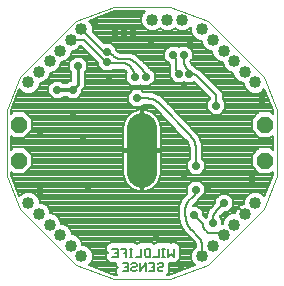
<source format=gbl>
G75*
%MOIN*%
%OFA0B0*%
%FSLAX25Y25*%
%IPPOS*%
%LPD*%
%AMOC8*
5,1,8,0,0,1.08239X$1,22.5*
%
%ADD10C,0.00500*%
%ADD11C,0.00100*%
%ADD12C,0.04000*%
%ADD13C,0.10000*%
%ADD14OC8,0.05300*%
%ADD15OC8,0.02400*%
%ADD16C,0.00600*%
%ADD17C,0.01200*%
%ADD18C,0.01000*%
%ADD19C,0.02400*%
%ADD20C,0.00800*%
D10*
X0043141Y0015100D02*
X0044943Y0015100D01*
X0044943Y0017802D01*
X0043141Y0017802D01*
X0044042Y0016451D02*
X0044943Y0016451D01*
X0046088Y0017802D02*
X0047889Y0017802D01*
X0047889Y0015100D01*
X0048953Y0015100D02*
X0049853Y0015100D01*
X0049403Y0015100D02*
X0049403Y0017802D01*
X0049853Y0017802D02*
X0048953Y0017802D01*
X0047889Y0016451D02*
X0046988Y0016451D01*
X0046579Y0013002D02*
X0048380Y0013002D01*
X0048380Y0010300D01*
X0046579Y0010300D01*
X0047479Y0011651D02*
X0048380Y0011651D01*
X0049525Y0011201D02*
X0049525Y0010750D01*
X0049976Y0010300D01*
X0050876Y0010300D01*
X0051327Y0010750D01*
X0050876Y0011651D02*
X0051327Y0012102D01*
X0051327Y0012552D01*
X0050876Y0013002D01*
X0049976Y0013002D01*
X0049525Y0012552D01*
X0049976Y0011651D02*
X0049525Y0011201D01*
X0049976Y0011651D02*
X0050876Y0011651D01*
X0052472Y0010300D02*
X0052472Y0013002D01*
X0054273Y0013002D02*
X0052472Y0010300D01*
X0054273Y0010300D02*
X0054273Y0013002D01*
X0055418Y0013002D02*
X0057220Y0013002D01*
X0057220Y0010300D01*
X0055418Y0010300D01*
X0056319Y0011651D02*
X0057220Y0011651D01*
X0058365Y0011201D02*
X0058365Y0010750D01*
X0058815Y0010300D01*
X0059716Y0010300D01*
X0060166Y0010750D01*
X0059716Y0011651D02*
X0058815Y0011651D01*
X0058365Y0011201D01*
X0058365Y0012552D02*
X0058815Y0013002D01*
X0059716Y0013002D01*
X0060166Y0012552D01*
X0060166Y0012102D01*
X0059716Y0011651D01*
X0059757Y0015100D02*
X0060657Y0015100D01*
X0060207Y0015100D02*
X0060207Y0017802D01*
X0060657Y0017802D02*
X0059757Y0017802D01*
X0058693Y0017802D02*
X0058693Y0015100D01*
X0056891Y0015100D01*
X0055747Y0015100D02*
X0054395Y0015100D01*
X0053945Y0015550D01*
X0053945Y0017352D01*
X0054395Y0017802D01*
X0055747Y0017802D01*
X0055747Y0015100D01*
X0052800Y0015100D02*
X0050998Y0015100D01*
X0052800Y0015100D02*
X0052800Y0017802D01*
X0061802Y0017802D02*
X0061802Y0015100D01*
X0062703Y0016001D01*
X0063604Y0015100D01*
X0063604Y0017802D01*
D11*
X0062450Y0007650D02*
X0075150Y0012350D01*
X0093750Y0030950D01*
X0098050Y0041950D01*
X0098050Y0064150D01*
X0093750Y0075150D01*
X0075150Y0093750D01*
X0062450Y0098450D01*
X0043650Y0098450D01*
X0030950Y0093750D01*
X0012350Y0075150D01*
X0008050Y0064150D01*
X0008050Y0041950D01*
X0012350Y0030950D01*
X0030950Y0012350D01*
X0043650Y0007650D01*
X0062450Y0007650D01*
D12*
X0022282Y0025818D03*
X0025818Y0022282D03*
X0029353Y0018747D03*
X0032889Y0015211D03*
X0018747Y0029353D03*
X0015211Y0032889D03*
X0015211Y0073211D03*
X0018747Y0076747D03*
X0022282Y0080282D03*
X0025818Y0083818D03*
X0029353Y0087353D03*
X0032889Y0090889D03*
X0056550Y0094050D03*
X0061550Y0094050D03*
X0066550Y0094050D03*
X0073211Y0090889D03*
X0076747Y0087353D03*
X0080282Y0083818D03*
X0083818Y0080282D03*
X0087353Y0076747D03*
X0090889Y0073211D03*
X0090889Y0032889D03*
X0087353Y0029353D03*
X0083818Y0025818D03*
X0080282Y0022282D03*
X0076747Y0018747D03*
X0073211Y0015211D03*
D13*
X0053050Y0043050D02*
X0053050Y0058050D01*
D14*
X0094050Y0059050D03*
X0094050Y0047050D03*
X0012050Y0047050D03*
X0012050Y0059050D03*
D15*
X0024850Y0070750D03*
X0030050Y0070750D03*
X0031850Y0078650D03*
X0041350Y0079950D03*
X0041450Y0083350D03*
X0050750Y0074950D03*
X0054250Y0074950D03*
X0051350Y0067850D03*
X0053050Y0053050D03*
X0071050Y0045450D03*
X0071050Y0037450D03*
X0070250Y0029150D03*
X0076747Y0026250D03*
X0080450Y0032950D03*
X0077850Y0065450D03*
X0068750Y0076150D03*
X0065350Y0076150D03*
X0066950Y0082350D03*
X0063550Y0082350D03*
D16*
X0064350Y0080419D02*
X0064350Y0078564D01*
X0064350Y0080419D02*
X0064348Y0080521D01*
X0064342Y0080623D01*
X0064333Y0080725D01*
X0064319Y0080826D01*
X0064302Y0080927D01*
X0064282Y0081027D01*
X0064257Y0081126D01*
X0064229Y0081224D01*
X0064197Y0081321D01*
X0064161Y0081417D01*
X0064122Y0081511D01*
X0064080Y0081604D01*
X0064034Y0081695D01*
X0063984Y0081784D01*
X0063931Y0081872D01*
X0063875Y0081957D01*
X0063816Y0082041D01*
X0063754Y0082122D01*
X0063689Y0082200D01*
X0063621Y0082277D01*
X0063550Y0082350D01*
X0066950Y0082350D02*
X0066950Y0080736D01*
X0064350Y0078564D02*
X0064352Y0078452D01*
X0064357Y0078341D01*
X0064366Y0078229D01*
X0064379Y0078118D01*
X0064396Y0078008D01*
X0064416Y0077898D01*
X0064439Y0077789D01*
X0064466Y0077680D01*
X0064497Y0077573D01*
X0064531Y0077467D01*
X0064569Y0077361D01*
X0064610Y0077258D01*
X0064654Y0077155D01*
X0064702Y0077054D01*
X0064753Y0076955D01*
X0064807Y0076857D01*
X0064865Y0076761D01*
X0064925Y0076667D01*
X0064989Y0076575D01*
X0065055Y0076486D01*
X0065125Y0076398D01*
X0065197Y0076313D01*
X0065272Y0076230D01*
X0065350Y0076150D01*
X0068191Y0077741D02*
X0068248Y0077681D01*
X0068303Y0077618D01*
X0068356Y0077553D01*
X0068405Y0077486D01*
X0068451Y0077417D01*
X0068494Y0077345D01*
X0068534Y0077272D01*
X0068571Y0077198D01*
X0068605Y0077122D01*
X0068635Y0077044D01*
X0068662Y0076965D01*
X0068685Y0076885D01*
X0068705Y0076804D01*
X0068721Y0076722D01*
X0068734Y0076640D01*
X0068743Y0076557D01*
X0068748Y0076474D01*
X0068750Y0076391D01*
X0068750Y0076150D01*
X0069099Y0076150D01*
X0071747Y0075053D02*
X0077850Y0068950D01*
X0077850Y0065450D01*
X0071746Y0075053D02*
X0071662Y0075135D01*
X0071575Y0075214D01*
X0071486Y0075291D01*
X0071394Y0075364D01*
X0071300Y0075435D01*
X0071203Y0075503D01*
X0071105Y0075567D01*
X0071005Y0075629D01*
X0070903Y0075687D01*
X0070799Y0075742D01*
X0070693Y0075794D01*
X0070586Y0075842D01*
X0070477Y0075887D01*
X0070367Y0075929D01*
X0070256Y0075967D01*
X0070144Y0076001D01*
X0070030Y0076032D01*
X0069916Y0076060D01*
X0069801Y0076084D01*
X0069685Y0076104D01*
X0069568Y0076120D01*
X0069451Y0076133D01*
X0069334Y0076143D01*
X0069217Y0076148D01*
X0069099Y0076150D01*
X0068191Y0077740D02*
X0068102Y0077832D01*
X0068016Y0077926D01*
X0067932Y0078023D01*
X0067852Y0078123D01*
X0067774Y0078225D01*
X0067700Y0078329D01*
X0067629Y0078436D01*
X0067561Y0078544D01*
X0067497Y0078655D01*
X0067435Y0078767D01*
X0067378Y0078881D01*
X0067323Y0078997D01*
X0067273Y0079115D01*
X0067225Y0079234D01*
X0067182Y0079354D01*
X0067142Y0079475D01*
X0067106Y0079598D01*
X0067073Y0079722D01*
X0067044Y0079847D01*
X0067019Y0079972D01*
X0066998Y0080098D01*
X0066981Y0080225D01*
X0066967Y0080353D01*
X0066958Y0080480D01*
X0066952Y0080608D01*
X0066950Y0080736D01*
X0053260Y0077340D02*
X0050606Y0079994D01*
X0049412Y0078188D02*
X0048705Y0078895D01*
X0047124Y0079550D02*
X0042316Y0079550D01*
X0041350Y0079950D02*
X0041150Y0079950D01*
X0033747Y0087353D01*
X0029353Y0087353D01*
X0032889Y0090889D02*
X0039775Y0084002D01*
X0039843Y0083939D01*
X0039913Y0083879D01*
X0039986Y0083823D01*
X0040061Y0083768D01*
X0040137Y0083717D01*
X0040216Y0083669D01*
X0040297Y0083624D01*
X0040379Y0083583D01*
X0040463Y0083544D01*
X0040548Y0083509D01*
X0040634Y0083477D01*
X0040722Y0083449D01*
X0040811Y0083424D01*
X0040901Y0083403D01*
X0040991Y0083385D01*
X0041082Y0083371D01*
X0041174Y0083360D01*
X0041266Y0083353D01*
X0041358Y0083349D01*
X0041450Y0083350D01*
X0042886Y0082714D02*
X0043696Y0081904D01*
X0042316Y0079550D02*
X0042245Y0079552D01*
X0042173Y0079557D01*
X0042102Y0079567D01*
X0042032Y0079580D01*
X0041962Y0079597D01*
X0041894Y0079617D01*
X0041826Y0079641D01*
X0041760Y0079668D01*
X0041696Y0079699D01*
X0041633Y0079733D01*
X0041572Y0079770D01*
X0041513Y0079811D01*
X0041456Y0079854D01*
X0041402Y0079901D01*
X0041350Y0079950D01*
X0042887Y0082714D02*
X0042823Y0082777D01*
X0042758Y0082838D01*
X0042689Y0082896D01*
X0042618Y0082951D01*
X0042545Y0083002D01*
X0042470Y0083050D01*
X0042392Y0083095D01*
X0042313Y0083137D01*
X0042232Y0083175D01*
X0042149Y0083210D01*
X0042065Y0083240D01*
X0041979Y0083268D01*
X0041893Y0083291D01*
X0041806Y0083311D01*
X0041717Y0083326D01*
X0041629Y0083338D01*
X0041539Y0083346D01*
X0041450Y0083350D01*
X0043697Y0081904D02*
X0043772Y0081832D01*
X0043849Y0081762D01*
X0043929Y0081695D01*
X0044011Y0081631D01*
X0044096Y0081571D01*
X0044182Y0081513D01*
X0044271Y0081458D01*
X0044361Y0081407D01*
X0044453Y0081358D01*
X0044547Y0081313D01*
X0044642Y0081272D01*
X0044739Y0081234D01*
X0044837Y0081199D01*
X0044937Y0081168D01*
X0045037Y0081141D01*
X0045138Y0081117D01*
X0045240Y0081096D01*
X0045343Y0081080D01*
X0045446Y0081067D01*
X0045550Y0081057D01*
X0045654Y0081052D01*
X0045758Y0081050D01*
X0048057Y0081050D01*
X0048175Y0081048D01*
X0048293Y0081042D01*
X0048410Y0081033D01*
X0048528Y0081019D01*
X0048644Y0081002D01*
X0048760Y0080981D01*
X0048876Y0080956D01*
X0048990Y0080927D01*
X0049104Y0080895D01*
X0049216Y0080859D01*
X0049327Y0080819D01*
X0049437Y0080776D01*
X0049545Y0080729D01*
X0049652Y0080678D01*
X0049757Y0080624D01*
X0049860Y0080567D01*
X0049961Y0080506D01*
X0050060Y0080442D01*
X0050157Y0080375D01*
X0050252Y0080305D01*
X0050345Y0080231D01*
X0050435Y0080155D01*
X0050522Y0080076D01*
X0050607Y0079994D01*
X0048705Y0078895D02*
X0048638Y0078959D01*
X0048569Y0079020D01*
X0048497Y0079079D01*
X0048423Y0079134D01*
X0048347Y0079186D01*
X0048269Y0079235D01*
X0048188Y0079281D01*
X0048106Y0079323D01*
X0048022Y0079362D01*
X0047937Y0079397D01*
X0047850Y0079429D01*
X0047762Y0079457D01*
X0047673Y0079482D01*
X0047583Y0079502D01*
X0047492Y0079520D01*
X0047401Y0079533D01*
X0047309Y0079542D01*
X0047216Y0079548D01*
X0047124Y0079550D01*
X0049412Y0078188D02*
X0049504Y0078092D01*
X0049594Y0077994D01*
X0049681Y0077894D01*
X0049765Y0077791D01*
X0049846Y0077685D01*
X0049924Y0077578D01*
X0049998Y0077468D01*
X0050070Y0077356D01*
X0050138Y0077241D01*
X0050203Y0077125D01*
X0050264Y0077008D01*
X0050322Y0076888D01*
X0050376Y0076767D01*
X0050427Y0076644D01*
X0050474Y0076520D01*
X0050518Y0076394D01*
X0050558Y0076267D01*
X0050594Y0076140D01*
X0050627Y0076011D01*
X0050656Y0075881D01*
X0050681Y0075750D01*
X0050702Y0075619D01*
X0050719Y0075487D01*
X0050733Y0075355D01*
X0050742Y0075223D01*
X0050748Y0075090D01*
X0050750Y0074957D01*
X0050750Y0074950D01*
X0053260Y0077340D02*
X0053340Y0077257D01*
X0053418Y0077171D01*
X0053492Y0077083D01*
X0053563Y0076992D01*
X0053631Y0076899D01*
X0053696Y0076804D01*
X0053758Y0076706D01*
X0053816Y0076607D01*
X0053871Y0076505D01*
X0053922Y0076402D01*
X0053970Y0076297D01*
X0054014Y0076190D01*
X0054055Y0076082D01*
X0054092Y0075972D01*
X0054125Y0075862D01*
X0054154Y0075750D01*
X0054179Y0075638D01*
X0054201Y0075524D01*
X0054219Y0075410D01*
X0054232Y0075296D01*
X0054242Y0075181D01*
X0054248Y0075065D01*
X0054250Y0074950D01*
X0054974Y0067850D02*
X0051350Y0067850D01*
X0054974Y0067850D02*
X0055117Y0067848D01*
X0055261Y0067842D01*
X0055404Y0067833D01*
X0055547Y0067819D01*
X0055689Y0067802D01*
X0055831Y0067781D01*
X0055973Y0067756D01*
X0056113Y0067728D01*
X0056253Y0067695D01*
X0056392Y0067659D01*
X0056530Y0067619D01*
X0056667Y0067576D01*
X0056802Y0067529D01*
X0056936Y0067478D01*
X0057069Y0067424D01*
X0057200Y0067366D01*
X0057330Y0067304D01*
X0057458Y0067240D01*
X0057584Y0067171D01*
X0057709Y0067100D01*
X0057831Y0067025D01*
X0057952Y0066947D01*
X0058070Y0066865D01*
X0058186Y0066781D01*
X0058300Y0066694D01*
X0058411Y0066603D01*
X0058520Y0066510D01*
X0058626Y0066413D01*
X0058730Y0066314D01*
X0058831Y0066212D01*
X0069356Y0055306D01*
X0071050Y0051110D02*
X0071050Y0045450D01*
X0071050Y0051110D02*
X0071048Y0051265D01*
X0071042Y0051419D01*
X0071032Y0051573D01*
X0071018Y0051727D01*
X0071001Y0051881D01*
X0070979Y0052034D01*
X0070953Y0052186D01*
X0070924Y0052338D01*
X0070891Y0052489D01*
X0070853Y0052639D01*
X0070812Y0052788D01*
X0070767Y0052936D01*
X0070719Y0053083D01*
X0070666Y0053228D01*
X0070610Y0053372D01*
X0070551Y0053515D01*
X0070487Y0053656D01*
X0070420Y0053795D01*
X0070350Y0053933D01*
X0070276Y0054069D01*
X0070199Y0054203D01*
X0070118Y0054334D01*
X0070034Y0054464D01*
X0069946Y0054591D01*
X0069855Y0054717D01*
X0069762Y0054840D01*
X0069665Y0054960D01*
X0069565Y0055078D01*
X0069462Y0055193D01*
X0069356Y0055306D01*
X0071050Y0037450D02*
X0071048Y0037335D01*
X0071042Y0037219D01*
X0071032Y0037104D01*
X0071019Y0036990D01*
X0071001Y0036876D01*
X0070979Y0036762D01*
X0070954Y0036650D01*
X0070925Y0036538D01*
X0070892Y0036428D01*
X0070855Y0036318D01*
X0070814Y0036210D01*
X0070770Y0036103D01*
X0070722Y0035998D01*
X0070671Y0035895D01*
X0070616Y0035793D01*
X0070558Y0035694D01*
X0070496Y0035596D01*
X0070431Y0035501D01*
X0070363Y0035408D01*
X0070292Y0035317D01*
X0070218Y0035229D01*
X0070140Y0035143D01*
X0070060Y0035060D01*
X0068532Y0033532D01*
X0067550Y0031161D02*
X0067550Y0029066D01*
X0070250Y0029150D02*
X0073175Y0026225D01*
X0073550Y0025320D02*
X0073550Y0025205D01*
X0074013Y0024087D02*
X0074587Y0023513D01*
X0075705Y0023050D02*
X0078467Y0023050D01*
X0078563Y0023048D01*
X0078660Y0023043D01*
X0078756Y0023033D01*
X0078851Y0023021D01*
X0078946Y0023004D01*
X0079040Y0022984D01*
X0079134Y0022961D01*
X0079226Y0022933D01*
X0079318Y0022903D01*
X0079408Y0022869D01*
X0079497Y0022831D01*
X0079584Y0022790D01*
X0079670Y0022746D01*
X0079754Y0022698D01*
X0079836Y0022648D01*
X0079916Y0022594D01*
X0079994Y0022538D01*
X0080069Y0022478D01*
X0080143Y0022415D01*
X0080214Y0022350D01*
X0080282Y0022282D01*
X0076747Y0026250D02*
X0076747Y0027708D01*
X0069682Y0023918D02*
X0069561Y0024042D01*
X0069443Y0024169D01*
X0069328Y0024299D01*
X0069216Y0024431D01*
X0069108Y0024566D01*
X0069002Y0024703D01*
X0068900Y0024843D01*
X0068801Y0024986D01*
X0068706Y0025130D01*
X0068614Y0025277D01*
X0068525Y0025426D01*
X0068440Y0025577D01*
X0068359Y0025730D01*
X0068282Y0025885D01*
X0068208Y0026042D01*
X0068138Y0026200D01*
X0068071Y0026360D01*
X0068009Y0026522D01*
X0067950Y0026685D01*
X0067896Y0026849D01*
X0067845Y0027015D01*
X0067798Y0027182D01*
X0067755Y0027350D01*
X0067716Y0027519D01*
X0067682Y0027688D01*
X0067651Y0027859D01*
X0067624Y0028030D01*
X0067601Y0028202D01*
X0067583Y0028374D01*
X0067569Y0028547D01*
X0067558Y0028720D01*
X0067552Y0028893D01*
X0067550Y0029066D01*
X0067550Y0031161D02*
X0067552Y0031276D01*
X0067558Y0031390D01*
X0067568Y0031504D01*
X0067581Y0031618D01*
X0067599Y0031731D01*
X0067620Y0031843D01*
X0067645Y0031955D01*
X0067674Y0032066D01*
X0067707Y0032176D01*
X0067744Y0032284D01*
X0067784Y0032391D01*
X0067828Y0032497D01*
X0067875Y0032601D01*
X0067926Y0032704D01*
X0067980Y0032805D01*
X0068038Y0032904D01*
X0068099Y0033001D01*
X0068164Y0033095D01*
X0068232Y0033188D01*
X0068302Y0033278D01*
X0068376Y0033365D01*
X0068453Y0033450D01*
X0068532Y0033533D01*
X0073175Y0026226D02*
X0073221Y0026177D01*
X0073265Y0026126D01*
X0073305Y0026073D01*
X0073343Y0026018D01*
X0073378Y0025961D01*
X0073410Y0025902D01*
X0073439Y0025841D01*
X0073465Y0025779D01*
X0073487Y0025716D01*
X0073506Y0025652D01*
X0073522Y0025586D01*
X0073534Y0025520D01*
X0073543Y0025454D01*
X0073548Y0025387D01*
X0073550Y0025320D01*
X0073550Y0025205D02*
X0073552Y0025127D01*
X0073558Y0025050D01*
X0073567Y0024973D01*
X0073580Y0024897D01*
X0073597Y0024821D01*
X0073618Y0024746D01*
X0073642Y0024672D01*
X0073670Y0024600D01*
X0073702Y0024529D01*
X0073737Y0024460D01*
X0073775Y0024392D01*
X0073816Y0024327D01*
X0073861Y0024263D01*
X0073909Y0024202D01*
X0073960Y0024143D01*
X0074013Y0024087D01*
X0074587Y0023513D02*
X0074643Y0023460D01*
X0074702Y0023409D01*
X0074763Y0023361D01*
X0074827Y0023316D01*
X0074892Y0023275D01*
X0074960Y0023237D01*
X0075029Y0023202D01*
X0075100Y0023170D01*
X0075172Y0023142D01*
X0075246Y0023118D01*
X0075321Y0023097D01*
X0075397Y0023080D01*
X0075473Y0023067D01*
X0075550Y0023058D01*
X0075627Y0023052D01*
X0075705Y0023050D01*
X0071813Y0021787D02*
X0069682Y0023918D01*
X0071813Y0021787D02*
X0071906Y0021691D01*
X0071997Y0021592D01*
X0072085Y0021491D01*
X0072170Y0021388D01*
X0072252Y0021282D01*
X0072331Y0021174D01*
X0072407Y0021064D01*
X0072479Y0020951D01*
X0072549Y0020837D01*
X0072615Y0020721D01*
X0072679Y0020603D01*
X0072738Y0020483D01*
X0072795Y0020362D01*
X0072848Y0020239D01*
X0072897Y0020114D01*
X0072943Y0019988D01*
X0072986Y0019861D01*
X0073024Y0019733D01*
X0073060Y0019604D01*
X0073091Y0019474D01*
X0073119Y0019343D01*
X0073144Y0019212D01*
X0073164Y0019079D01*
X0073181Y0018946D01*
X0073194Y0018813D01*
X0073203Y0018680D01*
X0073209Y0018546D01*
X0073211Y0018412D01*
X0073211Y0015211D01*
X0076746Y0027708D02*
X0076748Y0027825D01*
X0076753Y0027941D01*
X0076762Y0028058D01*
X0076775Y0028173D01*
X0076792Y0028289D01*
X0076812Y0028404D01*
X0076835Y0028518D01*
X0076863Y0028632D01*
X0076893Y0028744D01*
X0076928Y0028856D01*
X0076966Y0028966D01*
X0077007Y0029075D01*
X0077051Y0029183D01*
X0077099Y0029289D01*
X0077151Y0029394D01*
X0077205Y0029497D01*
X0077263Y0029599D01*
X0077324Y0029698D01*
X0077388Y0029796D01*
X0077455Y0029891D01*
X0077525Y0029984D01*
X0077598Y0030075D01*
X0077674Y0030164D01*
X0077753Y0030250D01*
X0077834Y0030334D01*
X0080450Y0032950D01*
D17*
X0030050Y0070750D02*
X0024850Y0070750D01*
D18*
X0030050Y0070750D02*
X0031850Y0072550D01*
X0031850Y0078650D01*
D19*
X0041950Y0074350D03*
X0029950Y0062850D03*
X0033450Y0053550D03*
X0019050Y0057144D03*
X0019050Y0047144D03*
X0019050Y0037144D03*
X0035050Y0038644D03*
X0057850Y0022350D03*
X0065950Y0011850D03*
X0075150Y0038450D03*
X0067050Y0042050D03*
X0089850Y0040850D03*
X0092950Y0067350D03*
X0069050Y0087150D03*
X0056050Y0086150D03*
X0050050Y0089550D03*
X0047050Y0088050D03*
X0047050Y0091050D03*
X0044050Y0089550D03*
X0037550Y0092050D03*
X0067050Y0072250D03*
D20*
X0067507Y0073150D02*
X0069993Y0073150D01*
X0070336Y0073494D01*
X0070757Y0073073D01*
X0070877Y0072953D01*
X0075750Y0068080D01*
X0075750Y0067593D01*
X0074850Y0066693D01*
X0074850Y0064207D01*
X0076607Y0062450D01*
X0079093Y0062450D01*
X0080850Y0064207D01*
X0080850Y0066693D01*
X0079950Y0067593D01*
X0079950Y0069820D01*
X0078720Y0071050D01*
X0073847Y0075923D01*
X0073724Y0076046D01*
X0072617Y0077153D01*
X0072410Y0077360D01*
X0071339Y0077804D01*
X0069993Y0079150D01*
X0069751Y0079150D01*
X0069676Y0079225D01*
X0069410Y0079549D01*
X0069112Y0080269D01*
X0069950Y0081107D01*
X0069950Y0083593D01*
X0068193Y0085350D01*
X0065707Y0085350D01*
X0065250Y0084893D01*
X0064793Y0085350D01*
X0062307Y0085350D01*
X0060550Y0083593D01*
X0060550Y0081107D01*
X0062250Y0079407D01*
X0062250Y0077467D01*
X0062350Y0077226D01*
X0062350Y0074907D01*
X0064107Y0073150D01*
X0066593Y0073150D01*
X0067050Y0073607D01*
X0067507Y0073150D01*
X0067338Y0073319D02*
X0066762Y0073319D01*
X0063938Y0073319D02*
X0056862Y0073319D01*
X0057250Y0073707D02*
X0055493Y0071950D01*
X0053007Y0071950D01*
X0052500Y0072457D01*
X0051993Y0071950D01*
X0049507Y0071950D01*
X0047750Y0073707D01*
X0047750Y0076193D01*
X0048077Y0076520D01*
X0047927Y0076703D01*
X0047220Y0077410D01*
X0047199Y0077427D01*
X0047150Y0077447D01*
X0047124Y0077450D01*
X0043093Y0077450D01*
X0042593Y0076950D01*
X0040107Y0076950D01*
X0038350Y0078707D01*
X0038350Y0079780D01*
X0032877Y0085253D01*
X0032597Y0085253D01*
X0032575Y0085201D01*
X0031506Y0084132D01*
X0030109Y0083553D01*
X0029618Y0083553D01*
X0029618Y0083062D01*
X0029039Y0081665D01*
X0027970Y0080596D01*
X0026574Y0080018D01*
X0026082Y0080018D01*
X0026082Y0079526D01*
X0025504Y0078130D01*
X0024435Y0077061D01*
X0023038Y0076482D01*
X0022547Y0076482D01*
X0022547Y0075991D01*
X0021968Y0074594D01*
X0020899Y0073525D01*
X0019503Y0072947D01*
X0019011Y0072947D01*
X0019011Y0072455D01*
X0018433Y0071059D01*
X0017364Y0069990D01*
X0015967Y0069411D01*
X0014455Y0069411D01*
X0013059Y0069990D01*
X0012218Y0070830D01*
X0009500Y0063877D01*
X0009500Y0062793D01*
X0010207Y0063500D01*
X0013893Y0063500D01*
X0016500Y0060893D01*
X0016500Y0057207D01*
X0013893Y0054600D01*
X0010207Y0054600D01*
X0009500Y0055307D01*
X0009500Y0050793D01*
X0010207Y0051500D01*
X0013893Y0051500D01*
X0016500Y0048893D01*
X0016500Y0045207D01*
X0013893Y0042600D01*
X0010207Y0042600D01*
X0009500Y0043307D01*
X0009500Y0042223D01*
X0012218Y0035270D01*
X0013059Y0036110D01*
X0014455Y0036689D01*
X0015967Y0036689D01*
X0017364Y0036110D01*
X0018433Y0035041D01*
X0019011Y0033645D01*
X0019011Y0033153D01*
X0019503Y0033153D01*
X0020899Y0032575D01*
X0021968Y0031506D01*
X0022547Y0030109D01*
X0022547Y0029618D01*
X0023038Y0029618D01*
X0024435Y0029039D01*
X0025504Y0027970D01*
X0026082Y0026574D01*
X0026082Y0026082D01*
X0026574Y0026082D01*
X0027970Y0025504D01*
X0029039Y0024435D01*
X0029618Y0023038D01*
X0029618Y0022547D01*
X0030109Y0022547D01*
X0031506Y0021968D01*
X0032575Y0020899D01*
X0033153Y0019503D01*
X0033153Y0019011D01*
X0033645Y0019011D01*
X0035041Y0018433D01*
X0036110Y0017364D01*
X0036689Y0015967D01*
X0036689Y0014455D01*
X0036110Y0013059D01*
X0035328Y0012276D01*
X0043910Y0009100D01*
X0044880Y0009100D01*
X0044529Y0009451D01*
X0044529Y0011149D01*
X0045031Y0011651D01*
X0044529Y0012153D01*
X0044529Y0013050D01*
X0042292Y0013050D01*
X0041091Y0014251D01*
X0041091Y0015949D01*
X0041593Y0016451D01*
X0041091Y0016953D01*
X0041091Y0018651D01*
X0042292Y0019852D01*
X0050703Y0019852D01*
X0051327Y0019228D01*
X0051951Y0019852D01*
X0053546Y0019852D01*
X0053546Y0019852D01*
X0054387Y0019852D01*
X0056596Y0019852D01*
X0057220Y0019228D01*
X0057844Y0019852D01*
X0062652Y0019852D01*
X0062703Y0019801D01*
X0062755Y0019852D01*
X0064453Y0019852D01*
X0065654Y0018651D01*
X0065654Y0014251D01*
X0064453Y0013050D01*
X0062755Y0013050D01*
X0062703Y0013102D01*
X0062652Y0013050D01*
X0062216Y0013050D01*
X0062216Y0012110D01*
X0062216Y0011252D01*
X0062216Y0011252D01*
X0062216Y0009901D01*
X0061766Y0009451D01*
X0061766Y0009451D01*
X0061415Y0009100D01*
X0062190Y0009100D01*
X0070772Y0012276D01*
X0069990Y0013059D01*
X0069411Y0014455D01*
X0069411Y0015967D01*
X0069990Y0017364D01*
X0071059Y0018433D01*
X0071107Y0018453D01*
X0071060Y0018933D01*
X0070661Y0019897D01*
X0070328Y0020302D01*
X0070283Y0020347D01*
X0069713Y0020917D01*
X0067582Y0023048D01*
X0067582Y0023048D01*
X0067324Y0023306D01*
X0067324Y0023306D01*
X0066089Y0025445D01*
X0066089Y0025445D01*
X0065450Y0027831D01*
X0065450Y0032246D01*
X0066280Y0034250D01*
X0066280Y0034250D01*
X0066432Y0034402D01*
X0067387Y0035357D01*
X0067663Y0035632D01*
X0068144Y0036114D01*
X0068050Y0036207D01*
X0068050Y0038693D01*
X0069807Y0040450D01*
X0072293Y0040450D01*
X0074050Y0038693D01*
X0074050Y0036207D01*
X0072406Y0034563D01*
X0072316Y0034346D01*
X0072316Y0034346D01*
X0072160Y0034190D01*
X0072160Y0034190D01*
X0070632Y0032663D01*
X0070363Y0032393D01*
X0070120Y0032150D01*
X0071493Y0032150D01*
X0073250Y0030393D01*
X0073250Y0029120D01*
X0074045Y0028325D01*
X0074045Y0028325D01*
X0074312Y0028058D01*
X0074647Y0028393D01*
X0074647Y0028865D01*
X0075532Y0031002D01*
X0075532Y0031002D01*
X0075532Y0031002D01*
X0076349Y0031819D01*
X0076352Y0031822D01*
X0077450Y0032920D01*
X0077450Y0034193D01*
X0079207Y0035950D01*
X0081693Y0035950D01*
X0083450Y0034193D01*
X0083450Y0031707D01*
X0081693Y0029950D01*
X0080420Y0029950D01*
X0079934Y0029465D01*
X0079319Y0028849D01*
X0079119Y0028605D01*
X0078977Y0028263D01*
X0079747Y0027493D01*
X0079747Y0026082D01*
X0080018Y0026082D01*
X0080018Y0026574D01*
X0080596Y0027970D01*
X0081665Y0029039D01*
X0083062Y0029618D01*
X0084153Y0029618D01*
X0084153Y0029668D01*
X0084276Y0030287D01*
X0084517Y0030869D01*
X0084868Y0031393D01*
X0085020Y0031545D01*
X0087212Y0029353D01*
X0087353Y0029495D01*
X0085161Y0031687D01*
X0085313Y0031839D01*
X0085838Y0032189D01*
X0086420Y0032430D01*
X0087038Y0032553D01*
X0087089Y0032553D01*
X0087089Y0033645D01*
X0087667Y0035041D01*
X0088736Y0036110D01*
X0090133Y0036689D01*
X0091645Y0036689D01*
X0093041Y0036110D01*
X0093882Y0035270D01*
X0096600Y0042223D01*
X0096600Y0043307D01*
X0095893Y0042600D01*
X0092207Y0042600D01*
X0089600Y0045207D01*
X0089600Y0048893D01*
X0092207Y0051500D01*
X0095893Y0051500D01*
X0096600Y0050793D01*
X0096600Y0055307D01*
X0095893Y0054600D01*
X0092207Y0054600D01*
X0089600Y0057207D01*
X0089600Y0060893D01*
X0092207Y0063500D01*
X0095893Y0063500D01*
X0096600Y0062793D01*
X0096600Y0063877D01*
X0093882Y0070830D01*
X0093041Y0069990D01*
X0091645Y0069411D01*
X0090133Y0069411D01*
X0088736Y0069990D01*
X0087667Y0071059D01*
X0087089Y0072455D01*
X0087089Y0072947D01*
X0086597Y0072947D01*
X0085201Y0073525D01*
X0084132Y0074594D01*
X0083553Y0075991D01*
X0083553Y0076482D01*
X0083062Y0076482D01*
X0081665Y0077061D01*
X0080596Y0078130D01*
X0080018Y0079526D01*
X0080018Y0080018D01*
X0079526Y0080018D01*
X0078130Y0080596D01*
X0077061Y0081665D01*
X0076482Y0083062D01*
X0076482Y0083553D01*
X0075991Y0083553D01*
X0074594Y0084132D01*
X0073525Y0085201D01*
X0072947Y0086597D01*
X0072947Y0087089D01*
X0072455Y0087089D01*
X0071059Y0087667D01*
X0069990Y0088736D01*
X0069411Y0090133D01*
X0069411Y0091537D01*
X0068703Y0090829D01*
X0067306Y0090250D01*
X0065794Y0090250D01*
X0064397Y0090829D01*
X0064050Y0091176D01*
X0063703Y0090829D01*
X0062306Y0090250D01*
X0060794Y0090250D01*
X0059397Y0090829D01*
X0059050Y0091176D01*
X0058703Y0090829D01*
X0057306Y0090250D01*
X0055794Y0090250D01*
X0054397Y0090829D01*
X0053329Y0091897D01*
X0052750Y0093294D01*
X0052750Y0094806D01*
X0053329Y0096203D01*
X0054126Y0097000D01*
X0043910Y0097000D01*
X0035328Y0093824D01*
X0036110Y0093041D01*
X0036689Y0091645D01*
X0036689Y0090133D01*
X0036667Y0090080D01*
X0040398Y0086350D01*
X0042693Y0086350D01*
X0044450Y0084593D01*
X0044450Y0084120D01*
X0045181Y0083389D01*
X0045305Y0083287D01*
X0045599Y0083166D01*
X0045758Y0083150D01*
X0049191Y0083150D01*
X0051288Y0082281D01*
X0051288Y0082281D01*
X0051476Y0082094D01*
X0051476Y0082094D01*
X0055360Y0078210D01*
X0055360Y0078210D01*
X0055516Y0078054D01*
X0055516Y0078054D01*
X0055606Y0077837D01*
X0057250Y0076193D01*
X0057250Y0073707D01*
X0057250Y0074118D02*
X0063140Y0074118D01*
X0062350Y0074916D02*
X0057250Y0074916D01*
X0057250Y0075715D02*
X0062350Y0075715D01*
X0062350Y0076513D02*
X0056930Y0076513D01*
X0056131Y0077312D02*
X0062315Y0077312D01*
X0062250Y0078110D02*
X0055460Y0078110D01*
X0054661Y0078909D02*
X0062250Y0078909D01*
X0061950Y0079707D02*
X0053863Y0079707D01*
X0053064Y0080506D02*
X0061152Y0080506D01*
X0060550Y0081304D02*
X0052266Y0081304D01*
X0051467Y0082103D02*
X0060550Y0082103D01*
X0060550Y0082901D02*
X0049792Y0082901D01*
X0044870Y0083700D02*
X0060657Y0083700D01*
X0061456Y0084498D02*
X0044450Y0084498D01*
X0043746Y0085297D02*
X0062254Y0085297D01*
X0064846Y0085297D02*
X0065654Y0085297D01*
X0068246Y0085297D02*
X0073485Y0085297D01*
X0073155Y0086095D02*
X0042947Y0086095D01*
X0039854Y0086894D02*
X0072947Y0086894D01*
X0071034Y0087692D02*
X0039055Y0087692D01*
X0038257Y0088491D02*
X0070235Y0088491D01*
X0069761Y0089289D02*
X0037458Y0089289D01*
X0036670Y0090088D02*
X0069430Y0090088D01*
X0069411Y0090886D02*
X0068760Y0090886D01*
X0064340Y0090886D02*
X0063760Y0090886D01*
X0059340Y0090886D02*
X0058760Y0090886D01*
X0054340Y0090886D02*
X0036689Y0090886D01*
X0036672Y0091685D02*
X0053541Y0091685D01*
X0053086Y0092483D02*
X0036341Y0092483D01*
X0035870Y0093282D02*
X0052755Y0093282D01*
X0052750Y0094080D02*
X0036020Y0094080D01*
X0038178Y0094879D02*
X0052780Y0094879D01*
X0053111Y0095677D02*
X0040336Y0095677D01*
X0042493Y0096476D02*
X0053602Y0096476D01*
X0069044Y0084498D02*
X0074228Y0084498D01*
X0075638Y0083700D02*
X0069843Y0083700D01*
X0069950Y0082901D02*
X0076549Y0082901D01*
X0076880Y0082103D02*
X0069950Y0082103D01*
X0069950Y0081304D02*
X0077422Y0081304D01*
X0078349Y0080506D02*
X0069348Y0080506D01*
X0069345Y0079707D02*
X0080018Y0079707D01*
X0080274Y0078909D02*
X0070234Y0078909D01*
X0069676Y0079225D02*
X0069676Y0079225D01*
X0071033Y0078110D02*
X0080616Y0078110D01*
X0081414Y0077312D02*
X0072458Y0077312D01*
X0072410Y0077360D02*
X0072410Y0077360D01*
X0073257Y0076513D02*
X0082987Y0076513D01*
X0083668Y0075715D02*
X0074055Y0075715D01*
X0074854Y0074916D02*
X0083998Y0074916D01*
X0084608Y0074118D02*
X0075652Y0074118D01*
X0076451Y0073319D02*
X0085699Y0073319D01*
X0087089Y0072520D02*
X0077249Y0072520D01*
X0078048Y0071722D02*
X0087393Y0071722D01*
X0087803Y0070923D02*
X0078846Y0070923D01*
X0079645Y0070125D02*
X0088601Y0070125D01*
X0093177Y0070125D02*
X0094157Y0070125D01*
X0094470Y0069326D02*
X0079950Y0069326D01*
X0079950Y0068528D02*
X0094782Y0068528D01*
X0095094Y0067729D02*
X0079950Y0067729D01*
X0080612Y0066931D02*
X0095406Y0066931D01*
X0095718Y0066132D02*
X0080850Y0066132D01*
X0080850Y0065334D02*
X0096030Y0065334D01*
X0096343Y0064535D02*
X0080850Y0064535D01*
X0080379Y0063737D02*
X0096600Y0063737D01*
X0096600Y0062938D02*
X0096455Y0062938D01*
X0091645Y0062938D02*
X0079581Y0062938D01*
X0076119Y0062938D02*
X0064908Y0062938D01*
X0065679Y0062140D02*
X0090847Y0062140D01*
X0090048Y0061341D02*
X0066449Y0061341D01*
X0067220Y0060543D02*
X0089600Y0060543D01*
X0089600Y0059744D02*
X0067991Y0059744D01*
X0068761Y0058946D02*
X0089600Y0058946D01*
X0089600Y0058147D02*
X0069532Y0058147D01*
X0070302Y0057349D02*
X0089600Y0057349D01*
X0090256Y0056550D02*
X0071073Y0056550D01*
X0071471Y0056138D02*
X0060946Y0067044D01*
X0060946Y0067044D01*
X0060342Y0067670D01*
X0059287Y0068763D01*
X0056492Y0069950D01*
X0053493Y0069950D01*
X0052593Y0070850D01*
X0050107Y0070850D01*
X0048350Y0069093D01*
X0048350Y0066607D01*
X0050107Y0064850D01*
X0052593Y0064850D01*
X0053493Y0065750D01*
X0054974Y0065750D01*
X0055624Y0065684D01*
X0056821Y0065176D01*
X0057320Y0064754D01*
X0057344Y0064729D01*
X0067241Y0054473D01*
X0067845Y0053847D01*
X0068315Y0053256D01*
X0068878Y0051862D01*
X0068950Y0051110D01*
X0068950Y0047593D01*
X0068050Y0046693D01*
X0068050Y0044207D01*
X0069807Y0042450D01*
X0072293Y0042450D01*
X0074050Y0044207D01*
X0074050Y0046693D01*
X0073150Y0047593D01*
X0073150Y0052692D01*
X0071965Y0055626D01*
X0071471Y0056138D01*
X0071471Y0056138D01*
X0071844Y0055752D02*
X0091055Y0055752D01*
X0091854Y0054953D02*
X0072237Y0054953D01*
X0071965Y0055626D02*
X0071965Y0055626D01*
X0072559Y0054155D02*
X0096600Y0054155D01*
X0096600Y0054953D02*
X0096246Y0054953D01*
X0096600Y0053356D02*
X0072882Y0053356D01*
X0073150Y0052558D02*
X0096600Y0052558D01*
X0096600Y0051759D02*
X0073150Y0051759D01*
X0073150Y0050961D02*
X0091667Y0050961D01*
X0090869Y0050162D02*
X0073150Y0050162D01*
X0073150Y0049364D02*
X0090070Y0049364D01*
X0089600Y0048565D02*
X0073150Y0048565D01*
X0073150Y0047767D02*
X0089600Y0047767D01*
X0089600Y0046968D02*
X0073774Y0046968D01*
X0074050Y0046170D02*
X0089600Y0046170D01*
X0089600Y0045371D02*
X0074050Y0045371D01*
X0074050Y0044573D02*
X0090234Y0044573D01*
X0091033Y0043774D02*
X0073617Y0043774D01*
X0072818Y0042976D02*
X0091831Y0042976D01*
X0096269Y0042976D02*
X0096600Y0042976D01*
X0096582Y0042177D02*
X0059189Y0042177D01*
X0059250Y0042562D02*
X0059097Y0041598D01*
X0058796Y0040670D01*
X0058353Y0039800D01*
X0057779Y0039011D01*
X0057089Y0038321D01*
X0056300Y0037747D01*
X0055430Y0037304D01*
X0054502Y0037003D01*
X0053538Y0036850D01*
X0053450Y0036850D01*
X0053450Y0050150D01*
X0053450Y0050950D01*
X0052650Y0050950D01*
X0052650Y0064250D01*
X0052562Y0064250D01*
X0051598Y0064097D01*
X0050670Y0063796D01*
X0049800Y0063353D01*
X0049011Y0062779D01*
X0048321Y0062089D01*
X0047747Y0061300D01*
X0047304Y0060430D01*
X0047003Y0059502D01*
X0046850Y0058538D01*
X0046850Y0050950D01*
X0052650Y0050950D01*
X0052650Y0050150D01*
X0046850Y0050150D01*
X0046850Y0042562D01*
X0047003Y0041598D01*
X0047304Y0040670D01*
X0047747Y0039800D01*
X0048321Y0039011D01*
X0049011Y0038321D01*
X0049800Y0037747D01*
X0050670Y0037304D01*
X0051598Y0037003D01*
X0052562Y0036850D01*
X0052650Y0036850D01*
X0052650Y0050150D01*
X0053450Y0050150D01*
X0059250Y0050150D01*
X0059250Y0042562D01*
X0059250Y0042976D02*
X0069282Y0042976D01*
X0068483Y0043774D02*
X0059250Y0043774D01*
X0059250Y0044573D02*
X0068050Y0044573D01*
X0068050Y0045371D02*
X0059250Y0045371D01*
X0059250Y0046170D02*
X0068050Y0046170D01*
X0068325Y0046968D02*
X0059250Y0046968D01*
X0059250Y0047767D02*
X0068950Y0047767D01*
X0068950Y0048565D02*
X0059250Y0048565D01*
X0059250Y0049364D02*
X0068950Y0049364D01*
X0068950Y0050162D02*
X0053450Y0050162D01*
X0053450Y0050950D02*
X0059250Y0050950D01*
X0059250Y0058538D01*
X0059097Y0059502D01*
X0058796Y0060430D01*
X0058353Y0061300D01*
X0057779Y0062089D01*
X0057089Y0062779D01*
X0056300Y0063353D01*
X0055430Y0063796D01*
X0054502Y0064097D01*
X0053538Y0064250D01*
X0053450Y0064250D01*
X0053450Y0050950D01*
X0053450Y0050961D02*
X0052650Y0050961D01*
X0052650Y0051759D02*
X0053450Y0051759D01*
X0053450Y0052558D02*
X0052650Y0052558D01*
X0052650Y0053356D02*
X0053450Y0053356D01*
X0053450Y0054155D02*
X0052650Y0054155D01*
X0052650Y0054953D02*
X0053450Y0054953D01*
X0053450Y0055752D02*
X0052650Y0055752D01*
X0052650Y0056550D02*
X0053450Y0056550D01*
X0053450Y0057349D02*
X0052650Y0057349D01*
X0052650Y0058147D02*
X0053450Y0058147D01*
X0053450Y0058946D02*
X0052650Y0058946D01*
X0052650Y0059744D02*
X0053450Y0059744D01*
X0053450Y0060543D02*
X0052650Y0060543D01*
X0052650Y0061341D02*
X0053450Y0061341D01*
X0053450Y0062140D02*
X0052650Y0062140D01*
X0052650Y0062938D02*
X0053450Y0062938D01*
X0053450Y0063737D02*
X0052650Y0063737D01*
X0053077Y0065334D02*
X0056450Y0065334D01*
X0057530Y0064535D02*
X0009757Y0064535D01*
X0009500Y0063737D02*
X0050554Y0063737D01*
X0049230Y0062938D02*
X0014455Y0062938D01*
X0015253Y0062140D02*
X0048372Y0062140D01*
X0047778Y0061341D02*
X0016052Y0061341D01*
X0016500Y0060543D02*
X0047362Y0060543D01*
X0047081Y0059744D02*
X0016500Y0059744D01*
X0016500Y0058946D02*
X0046915Y0058946D01*
X0046850Y0058147D02*
X0016500Y0058147D01*
X0016500Y0057349D02*
X0046850Y0057349D01*
X0046850Y0056550D02*
X0015843Y0056550D01*
X0015045Y0055752D02*
X0046850Y0055752D01*
X0046850Y0054953D02*
X0014246Y0054953D01*
X0014433Y0050961D02*
X0046850Y0050961D01*
X0046850Y0051759D02*
X0009500Y0051759D01*
X0009500Y0050961D02*
X0009667Y0050961D01*
X0009500Y0052558D02*
X0046850Y0052558D01*
X0046850Y0053356D02*
X0009500Y0053356D01*
X0009500Y0054155D02*
X0046850Y0054155D01*
X0046850Y0049364D02*
X0016030Y0049364D01*
X0016500Y0048565D02*
X0046850Y0048565D01*
X0046850Y0047767D02*
X0016500Y0047767D01*
X0016500Y0046968D02*
X0046850Y0046968D01*
X0046850Y0046170D02*
X0016500Y0046170D01*
X0016500Y0045371D02*
X0046850Y0045371D01*
X0046850Y0044573D02*
X0015866Y0044573D01*
X0015067Y0043774D02*
X0046850Y0043774D01*
X0046850Y0042976D02*
X0014269Y0042976D01*
X0009831Y0042976D02*
X0009500Y0042976D01*
X0009518Y0042177D02*
X0046911Y0042177D01*
X0047074Y0041379D02*
X0009830Y0041379D01*
X0010142Y0040580D02*
X0047350Y0040580D01*
X0047761Y0039782D02*
X0010455Y0039782D01*
X0010767Y0038983D02*
X0048349Y0038983D01*
X0049199Y0038184D02*
X0011079Y0038184D01*
X0011391Y0037386D02*
X0050510Y0037386D01*
X0052650Y0037386D02*
X0053450Y0037386D01*
X0053450Y0038184D02*
X0052650Y0038184D01*
X0052650Y0038983D02*
X0053450Y0038983D01*
X0053450Y0039782D02*
X0052650Y0039782D01*
X0052650Y0040580D02*
X0053450Y0040580D01*
X0053450Y0041379D02*
X0052650Y0041379D01*
X0052650Y0042177D02*
X0053450Y0042177D01*
X0053450Y0042976D02*
X0052650Y0042976D01*
X0052650Y0043774D02*
X0053450Y0043774D01*
X0053450Y0044573D02*
X0052650Y0044573D01*
X0052650Y0045371D02*
X0053450Y0045371D01*
X0053450Y0046170D02*
X0052650Y0046170D01*
X0052650Y0046968D02*
X0053450Y0046968D01*
X0053450Y0047767D02*
X0052650Y0047767D01*
X0052650Y0048565D02*
X0053450Y0048565D01*
X0053450Y0049364D02*
X0052650Y0049364D01*
X0052650Y0050162D02*
X0015231Y0050162D01*
X0009854Y0054953D02*
X0009500Y0054953D01*
X0009500Y0062938D02*
X0009645Y0062938D01*
X0010070Y0065334D02*
X0049623Y0065334D01*
X0048825Y0066132D02*
X0010382Y0066132D01*
X0010694Y0066931D02*
X0048350Y0066931D01*
X0048350Y0067729D02*
X0011006Y0067729D01*
X0011318Y0068528D02*
X0022829Y0068528D01*
X0023607Y0067750D02*
X0021850Y0069507D01*
X0021850Y0071993D01*
X0023607Y0073750D01*
X0026093Y0073750D01*
X0026693Y0073150D01*
X0028207Y0073150D01*
X0028807Y0073750D01*
X0029550Y0073750D01*
X0029550Y0076707D01*
X0028850Y0077407D01*
X0028850Y0079893D01*
X0030607Y0081650D01*
X0033093Y0081650D01*
X0034850Y0079893D01*
X0034850Y0077407D01*
X0034150Y0076707D01*
X0034150Y0071597D01*
X0033050Y0070497D01*
X0033050Y0069507D01*
X0031293Y0067750D01*
X0028807Y0067750D01*
X0028207Y0068350D01*
X0026693Y0068350D01*
X0026093Y0067750D01*
X0023607Y0067750D01*
X0022031Y0069326D02*
X0011630Y0069326D01*
X0011942Y0070125D02*
X0012923Y0070125D01*
X0017499Y0070125D02*
X0021850Y0070125D01*
X0021850Y0070923D02*
X0018297Y0070923D01*
X0018707Y0071722D02*
X0021850Y0071722D01*
X0022378Y0072520D02*
X0019011Y0072520D01*
X0020401Y0073319D02*
X0023176Y0073319D01*
X0021492Y0074118D02*
X0029550Y0074118D01*
X0029550Y0074916D02*
X0022101Y0074916D01*
X0022432Y0075715D02*
X0029550Y0075715D01*
X0029550Y0076513D02*
X0023112Y0076513D01*
X0024686Y0077312D02*
X0028946Y0077312D01*
X0028850Y0078110D02*
X0025484Y0078110D01*
X0025826Y0078909D02*
X0028850Y0078909D01*
X0028850Y0079707D02*
X0026082Y0079707D01*
X0027751Y0080506D02*
X0029463Y0080506D01*
X0028678Y0081304D02*
X0030261Y0081304D01*
X0029220Y0082103D02*
X0036028Y0082103D01*
X0036826Y0081304D02*
X0033439Y0081304D01*
X0034237Y0080506D02*
X0037625Y0080506D01*
X0038350Y0079707D02*
X0034850Y0079707D01*
X0034850Y0078909D02*
X0038350Y0078909D01*
X0038947Y0078110D02*
X0034850Y0078110D01*
X0034754Y0077312D02*
X0039746Y0077312D01*
X0042954Y0077312D02*
X0047319Y0077312D01*
X0048070Y0076513D02*
X0034150Y0076513D01*
X0034150Y0075715D02*
X0047750Y0075715D01*
X0047750Y0074916D02*
X0034150Y0074916D01*
X0034150Y0074118D02*
X0047750Y0074118D01*
X0048138Y0073319D02*
X0034150Y0073319D01*
X0034150Y0072520D02*
X0048937Y0072520D01*
X0049382Y0070125D02*
X0033050Y0070125D01*
X0032869Y0069326D02*
X0048584Y0069326D01*
X0048350Y0068528D02*
X0032071Y0068528D01*
X0033476Y0070923D02*
X0072907Y0070923D01*
X0073705Y0070125D02*
X0053318Y0070125D01*
X0056063Y0072520D02*
X0071310Y0072520D01*
X0072108Y0071722D02*
X0034150Y0071722D01*
X0028376Y0073319D02*
X0026524Y0073319D01*
X0029551Y0082901D02*
X0035229Y0082901D01*
X0034430Y0083700D02*
X0030462Y0083700D01*
X0031872Y0084498D02*
X0033632Y0084498D01*
X0055546Y0063737D02*
X0058301Y0063737D01*
X0059072Y0062938D02*
X0056870Y0062938D01*
X0057728Y0062140D02*
X0059842Y0062140D01*
X0060613Y0061341D02*
X0058322Y0061341D01*
X0058738Y0060543D02*
X0061383Y0060543D01*
X0062154Y0059744D02*
X0059019Y0059744D01*
X0059185Y0058946D02*
X0062924Y0058946D01*
X0063695Y0058147D02*
X0059250Y0058147D01*
X0059250Y0057349D02*
X0064466Y0057349D01*
X0065236Y0056550D02*
X0059250Y0056550D01*
X0059250Y0055752D02*
X0066007Y0055752D01*
X0066777Y0054953D02*
X0059250Y0054953D01*
X0059250Y0054155D02*
X0067548Y0054155D01*
X0067845Y0053847D02*
X0067845Y0053847D01*
X0068235Y0053356D02*
X0059250Y0053356D01*
X0059250Y0052558D02*
X0068597Y0052558D01*
X0068888Y0051759D02*
X0059250Y0051759D01*
X0059250Y0050961D02*
X0068950Y0050961D01*
X0067241Y0054473D02*
X0067241Y0054473D01*
X0064138Y0063737D02*
X0075320Y0063737D01*
X0074850Y0064535D02*
X0063367Y0064535D01*
X0062597Y0065334D02*
X0074850Y0065334D01*
X0074850Y0066132D02*
X0061826Y0066132D01*
X0061055Y0066931D02*
X0075088Y0066931D01*
X0075750Y0067729D02*
X0060285Y0067729D01*
X0059514Y0068528D02*
X0075302Y0068528D01*
X0074504Y0069326D02*
X0057960Y0069326D01*
X0059287Y0068763D02*
X0059287Y0068763D01*
X0070162Y0073319D02*
X0070511Y0073319D01*
X0096433Y0050961D02*
X0096600Y0050961D01*
X0096270Y0041379D02*
X0059026Y0041379D01*
X0058750Y0040580D02*
X0095958Y0040580D01*
X0095645Y0039782D02*
X0072961Y0039782D01*
X0073760Y0038983D02*
X0095333Y0038983D01*
X0095021Y0038184D02*
X0074050Y0038184D01*
X0074050Y0037386D02*
X0094709Y0037386D01*
X0094397Y0036587D02*
X0091889Y0036587D01*
X0093363Y0035789D02*
X0094085Y0035789D01*
X0089888Y0036587D02*
X0074050Y0036587D01*
X0073632Y0035789D02*
X0079046Y0035789D01*
X0078248Y0034990D02*
X0072833Y0034990D01*
X0072162Y0034192D02*
X0077450Y0034192D01*
X0077450Y0033393D02*
X0071363Y0033393D01*
X0070565Y0032595D02*
X0077125Y0032595D01*
X0076327Y0031796D02*
X0071846Y0031796D01*
X0072645Y0030998D02*
X0075530Y0030998D01*
X0075199Y0030199D02*
X0073250Y0030199D01*
X0073250Y0029401D02*
X0074869Y0029401D01*
X0074647Y0028602D02*
X0073767Y0028602D01*
X0079118Y0028602D02*
X0081228Y0028602D01*
X0080527Y0027804D02*
X0079435Y0027804D01*
X0079747Y0027005D02*
X0080197Y0027005D01*
X0080018Y0026207D02*
X0079747Y0026207D01*
X0079871Y0029401D02*
X0082538Y0029401D01*
X0081942Y0030199D02*
X0084259Y0030199D01*
X0084604Y0030998D02*
X0082741Y0030998D01*
X0083450Y0031796D02*
X0085271Y0031796D01*
X0085567Y0030998D02*
X0085850Y0030998D01*
X0086366Y0030199D02*
X0086649Y0030199D01*
X0087164Y0029401D02*
X0087259Y0029401D01*
X0087089Y0032595D02*
X0083450Y0032595D01*
X0083450Y0033393D02*
X0087089Y0033393D01*
X0087316Y0034192D02*
X0083450Y0034192D01*
X0082652Y0034990D02*
X0087646Y0034990D01*
X0088415Y0035789D02*
X0081854Y0035789D01*
X0069139Y0039782D02*
X0058339Y0039782D01*
X0057751Y0038983D02*
X0068340Y0038983D01*
X0068050Y0038184D02*
X0056901Y0038184D01*
X0055590Y0037386D02*
X0068050Y0037386D01*
X0068050Y0036587D02*
X0016212Y0036587D01*
X0017685Y0035789D02*
X0067819Y0035789D01*
X0067021Y0034990D02*
X0018454Y0034990D01*
X0018784Y0034192D02*
X0066256Y0034192D01*
X0065925Y0033393D02*
X0019011Y0033393D01*
X0020851Y0032595D02*
X0065595Y0032595D01*
X0065450Y0031796D02*
X0021678Y0031796D01*
X0022179Y0030998D02*
X0065450Y0030998D01*
X0065450Y0030199D02*
X0022509Y0030199D01*
X0023562Y0029401D02*
X0065450Y0029401D01*
X0065450Y0028602D02*
X0024872Y0028602D01*
X0025573Y0027804D02*
X0065457Y0027804D01*
X0065671Y0027005D02*
X0025903Y0027005D01*
X0026082Y0026207D02*
X0065885Y0026207D01*
X0066110Y0025408D02*
X0028066Y0025408D01*
X0028864Y0024610D02*
X0066571Y0024610D01*
X0067032Y0023811D02*
X0029297Y0023811D01*
X0029618Y0023013D02*
X0067617Y0023013D01*
X0068416Y0022214D02*
X0030912Y0022214D01*
X0032058Y0021416D02*
X0069214Y0021416D01*
X0070013Y0020617D02*
X0032692Y0020617D01*
X0033022Y0019819D02*
X0042258Y0019819D01*
X0041460Y0019020D02*
X0033153Y0019020D01*
X0035252Y0018222D02*
X0041091Y0018222D01*
X0041091Y0017423D02*
X0036051Y0017423D01*
X0036416Y0016625D02*
X0041420Y0016625D01*
X0041091Y0015826D02*
X0036689Y0015826D01*
X0036689Y0015028D02*
X0041091Y0015028D01*
X0041113Y0014229D02*
X0036595Y0014229D01*
X0036264Y0013431D02*
X0041911Y0013431D01*
X0044529Y0012632D02*
X0035684Y0012632D01*
X0036523Y0011834D02*
X0044848Y0011834D01*
X0044529Y0011035D02*
X0038681Y0011035D01*
X0040838Y0010237D02*
X0044529Y0010237D01*
X0044541Y0009438D02*
X0042996Y0009438D01*
X0050736Y0019819D02*
X0051917Y0019819D01*
X0056629Y0019819D02*
X0057810Y0019819D01*
X0062685Y0019819D02*
X0062721Y0019819D01*
X0064487Y0019819D02*
X0070693Y0019819D01*
X0071024Y0019020D02*
X0065285Y0019020D01*
X0065654Y0018222D02*
X0070848Y0018222D01*
X0070049Y0017423D02*
X0065654Y0017423D01*
X0065654Y0016625D02*
X0069684Y0016625D01*
X0069411Y0015826D02*
X0065654Y0015826D01*
X0065654Y0015028D02*
X0069411Y0015028D01*
X0069505Y0014229D02*
X0065632Y0014229D01*
X0064834Y0013431D02*
X0069836Y0013431D01*
X0070416Y0012632D02*
X0062216Y0012632D01*
X0062216Y0011834D02*
X0069577Y0011834D01*
X0067419Y0011035D02*
X0062216Y0011035D01*
X0062216Y0010237D02*
X0065262Y0010237D01*
X0063104Y0009438D02*
X0061753Y0009438D01*
X0014211Y0036587D02*
X0011703Y0036587D01*
X0012015Y0035789D02*
X0012737Y0035789D01*
M02*

</source>
